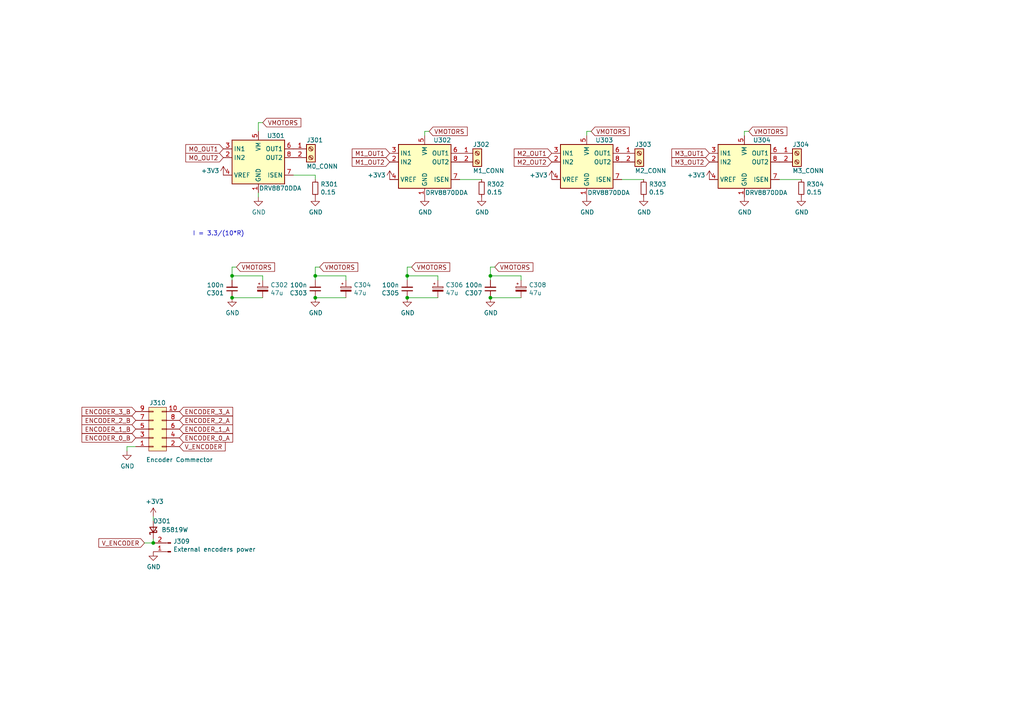
<source format=kicad_sch>
(kicad_sch (version 20230121) (generator eeschema)
  (paper "A4")
  (lib_symbols
    (symbol "Connector:Screw_Terminal_01x02" (pin_names (offset 1.016) hide)
      (property "Reference" "J" (at 0 2.54 0))
      (property "Value" "Screw_Terminal_01x02" (at 0 -5.08 0))
      (symbol "Screw_Terminal_01x02_1_1"
        (rectangle (start -1.27 1.27) (end 1.27 -3.81) (stroke (width 0.254)) (fill (type background)))
        (circle (center 0 -2.54) (radius 0.635) (stroke (width 0.1524)))
        (polyline (pts (xy -0.5334 -2.2098) (xy 0.3302 -3.048)) (stroke (width 0.1524)))
        (polyline (pts (xy -0.5334 0.3302) (xy 0.3302 -0.508)) (stroke (width 0.1524)))
        (polyline (pts (xy -0.3556 -2.032) (xy 0.508 -2.8702)) (stroke (width 0.1524)))
        (polyline (pts (xy -0.3556 0.508) (xy 0.508 -0.3302)) (stroke (width 0.1524)))
        (circle (center 0 0) (radius 0.635) (stroke (width 0.1524)))
        (pin passive line (at -5.08 0 0) (length 3.81) (name "Pin_1") (number "1"))
        (pin passive line (at -5.08 -2.54 0) (length 3.81) (name "Pin_2") (number "2"))
      )
    )
    (symbol "Device:C_Small" (pin_numbers hide) (pin_names (offset 0.254) hide)
      (property "Reference" "C" (at 0.254 1.778 0))
      (property "Value" "C_Small" (at 0.254 -2.032 0))
      (symbol "C_Small_0_1"
        (polyline (pts (xy -1.524 -0.508) (xy 1.524 -0.508)) (stroke (width 0.3302)))
        (polyline (pts (xy -1.524 0.508) (xy 1.524 0.508)) (stroke (width 0.3048)))
      )
      (symbol "C_Small_1_1"
        (pin passive line (at 0 2.54 270) (length 2.032) (name "~") (number "1"))
        (pin passive line (at 0 -2.54 90) (length 2.032) (name "~") (number "2"))
      )
    )
    (symbol "Device:D_Schottky_Small" (pin_numbers hide) (pin_names (offset 0.254) hide)
      (property "Reference" "D" (at -1.27 2.032 0))
      (property "Value" "D_Schottky_Small" (at -7.112 -2.032 0))
      (symbol "D_Schottky_Small_0_1"
        (polyline (pts (xy -0.762 0) (xy 0.762 0)))
        (polyline (pts (xy 0.762 -1.016) (xy -0.762 0) (xy 0.762 1.016) (xy 0.762 -1.016)) (stroke (width 0.254)))
        (polyline (pts (xy -1.27 0.762) (xy -1.27 1.016) (xy -0.762 1.016) (xy -0.762 -1.016) (xy -0.254 -1.016) (xy -0.254 -0.762)) (stroke (width 0.254)))
      )
      (symbol "D_Schottky_Small_1_1"
        (pin passive line (at -2.54 0 0) (length 1.778) (name "K") (number "1"))
        (pin passive line (at 2.54 0 180) (length 1.778) (name "A") (number "2"))
      )
    )
    (symbol "Device:R_Small" (pin_numbers hide) (pin_names (offset 0.254) hide)
      (property "Reference" "R" (at 0.762 0.508 0))
      (property "Value" "R_Small" (at 0.762 -1.016 0))
      (symbol "R_Small_0_1"
        (rectangle (start -0.762 1.778) (end 0.762 -1.778) (stroke (width 0.2032)))
      )
      (symbol "R_Small_1_1"
        (pin passive line (at 0 2.54 270) (length 0.762) (name "~") (number "1"))
        (pin passive line (at 0 -2.54 90) (length 0.762) (name "~") (number "2"))
      )
    )
    (symbol "Driver_Motor:DRV8870DDA"
      (property "Reference" "U" (at -6.35 6.35 0))
      (property "Value" "DRV8870DDA" (at 8.89 6.35 0))
      (symbol "DRV8870DDA_0_1"
        (rectangle (start -7.62 5.08) (end 7.62 -7.62) (stroke (width 0.254)) (fill (type background)))
      )
      (symbol "DRV8870DDA_1_1"
        (pin power_in line (at 0 -10.16 90) (length 2.54) (name "GND") (number "1"))
        (pin input line (at -10.16 0 0) (length 2.54) (name "IN2") (number "2"))
        (pin input line (at -10.16 2.54 0) (length 2.54) (name "IN1") (number "3"))
        (pin input line (at -10.16 -5.08 0) (length 2.54) (name "VREF") (number "4"))
        (pin power_in line (at 0 7.62 270) (length 2.54) (name "VM") (number "5"))
        (pin output line (at 10.16 2.54 180) (length 2.54) (name "OUT1") (number "6"))
        (pin passive line (at 10.16 -5.08 180) (length 2.54) (name "ISEN") (number "7"))
        (pin output line (at 10.16 0 180) (length 2.54) (name "OUT2") (number "8"))
        (pin passive line (at 0 -10.16 90) (length 2.54) hide (name "GND") (number "9"))
      )
    )
    (symbol "power:GND" (power) (pin_names (offset 0))
      (property "Value" "GND" (at 0 -3.81 0))
      (symbol "GND_0_1"
        (polyline (pts (xy 0 0) (xy 0 -1.27) (xy 1.27 -1.27) (xy 0 -2.54) (xy -1.27 -1.27) (xy 0 -1.27)))
      )
      (symbol "GND_1_1"
        (pin power_in line (at 0 0 270) (length 0) hide (name "GND") (number "1"))
      )
    )
    (symbol "smart_motor_controller-rescue:+3.3V-power" (power) (pin_names (offset 0))
      (property "Value" "+3.3V-power" (at 0 3.556 0))
      (symbol "+3.3V-power_0_1"
        (polyline (pts (xy -0.762 1.27) (xy 0 2.54)))
        (polyline (pts (xy 0 0) (xy 0 2.54)))
        (polyline (pts (xy 0 2.54) (xy 0.762 1.27)))
      )
      (symbol "+3.3V-power_1_1"
        (pin power_in line (at 0 0 90) (length 0) hide (name "+3V3") (number "1"))
      )
    )
    (symbol "smart_motor_controller-rescue:CP_Small-Device" (pin_numbers hide) (pin_names (offset 0.254) hide)
      (property "Reference" "C" (at 0.254 1.778 0))
      (property "Value" "Device_CP_Small" (at 0.254 -2.032 0))
      (symbol "CP_Small-Device_0_1"
        (rectangle (start -1.524 -0.3048) (end 1.524 -0.6858) (fill (type outline)))
        (rectangle (start -1.524 0.6858) (end 1.524 0.3048))
        (polyline (pts (xy -1.27 1.524) (xy -0.762 1.524)))
        (polyline (pts (xy -1.016 1.27) (xy -1.016 1.778)))
      )
      (symbol "CP_Small-Device_1_1"
        (pin passive line (at 0 2.54 270) (length 1.8542) (name "~") (number "1"))
        (pin passive line (at 0 -2.54 90) (length 1.8542) (name "~") (number "2"))
      )
    )
    (symbol "smart_motor_controller-rescue:Conn_01x02_Male-Connector" (pin_names (offset 1.016) hide)
      (property "Reference" "J" (at 0 2.54 0))
      (property "Value" "Connector_Conn_01x02_Male" (at 0 -5.08 0))
      (symbol "Conn_01x02_Male-Connector_1_1"
        (polyline (pts (xy 1.27 -2.54) (xy 0.8636 -2.54)) (stroke (width 0.1524)))
        (polyline (pts (xy 1.27 0) (xy 0.8636 0)) (stroke (width 0.1524)))
        (rectangle (start 0.8636 -2.413) (end 0 -2.667) (stroke (width 0.1524)) (fill (type outline)))
        (rectangle (start 0.8636 0.127) (end 0 -0.127) (stroke (width 0.1524)) (fill (type outline)))
        (pin passive line (at 5.08 0 180) (length 3.81) (name "Pin_1") (number "1"))
        (pin passive line (at 5.08 -2.54 180) (length 3.81) (name "Pin_2") (number "2"))
      )
    )
    (symbol "smart_motor_controller-rescue:EncoderPinHeaderConnector_04-VsReality_Symbols" (pin_names (offset 1.016) hide)
      (property "Reference" "J" (at 1.27 5.08 0))
      (property "Value" "VsReality_Symbols_EncoderPinHeaderConnector_04" (at 2.54 8.89 0))
      (symbol "EncoderPinHeaderConnector_04-VsReality_Symbols_0_1"
        (rectangle (start -1.27 3.81) (end 3.81 -8.89) (fill (type background)))
      )
      (symbol "EncoderPinHeaderConnector_04-VsReality_Symbols_1_1"
        (rectangle (start -1.27 -7.493) (end 0 -7.747) (stroke (width 0.1524)))
        (rectangle (start -1.27 -4.953) (end 0 -5.207) (stroke (width 0.1524)))
        (rectangle (start -1.27 -2.413) (end 0 -2.667) (stroke (width 0.1524)))
        (rectangle (start -1.27 0.127) (end 0 -0.127) (stroke (width 0.1524)))
        (rectangle (start -1.27 2.667) (end 0 2.413) (stroke (width 0.1524)))
        (rectangle (start 3.81 -7.493) (end 2.54 -7.747) (stroke (width 0.1524)))
        (rectangle (start 3.81 -4.953) (end 2.54 -5.207) (stroke (width 0.1524)))
        (rectangle (start 3.81 -2.413) (end 2.54 -2.667) (stroke (width 0.1524)))
        (rectangle (start 3.81 0.127) (end 2.54 -0.127) (stroke (width 0.1524)))
        (rectangle (start 3.81 2.667) (end 2.54 2.413) (stroke (width 0.1524)))
        (pin passive line (at -5.08 2.54 0) (length 3.81) (name "GND") (number "1"))
        (pin passive line (at 7.62 -7.62 180) (length 3.81) (name "Pin_10") (number "10"))
        (pin passive line (at 7.62 2.54 180) (length 3.81) (name "Power") (number "2"))
        (pin passive line (at -5.08 0 0) (length 3.81) (name "Pin_3") (number "3"))
        (pin passive line (at 7.62 0 180) (length 3.81) (name "Pin_4") (number "4"))
        (pin passive line (at -5.08 -2.54 0) (length 3.81) (name "Pin_5") (number "5"))
        (pin passive line (at 7.62 -2.54 180) (length 3.81) (name "Pin_6") (number "6"))
        (pin passive line (at -5.08 -5.08 0) (length 3.81) (name "Pin_7") (number "7"))
        (pin passive line (at 7.62 -5.08 180) (length 3.81) (name "Pin_8") (number "8"))
        (pin passive line (at -5.08 -7.62 0) (length 3.81) (name "Pin_9") (number "9"))
      )
    )
  )
  (junction (at 142.24 80.01))
  (junction (at 142.24 86.36))
  (junction (at 91.44 80.01))
  (junction (at 44.45 157.48))
  (junction (at 91.44 86.36))
  (junction (at 118.11 86.36))
  (junction (at 67.31 80.01))
  (junction (at 118.11 80.01))
  (junction (at 67.31 86.36))
  (wire (pts (xy 170.18 38.1) (xy 170.18 39.37)))
  (wire (pts (xy 142.24 77.47) (xy 142.24 80.01)))
  (wire (pts (xy 67.31 81.28) (xy 67.31 80.01)))
  (wire (pts (xy 142.24 81.28) (xy 142.24 80.01)))
  (wire (pts (xy 36.83 130.81) (xy 36.83 129.54)))
  (wire (pts (xy 119.38 77.47) (xy 118.11 77.47)))
  (wire (pts (xy 133.35 52.07) (xy 139.7 52.07)))
  (wire (pts (xy 74.93 35.56) (xy 74.93 38.1)))
  (wire (pts (xy 143.51 77.47) (xy 142.24 77.47)))
  (wire (pts (xy 76.2 35.56) (xy 74.93 35.56)))
  (wire (pts (xy 118.11 80.01) (xy 127 80.01)))
  (wire (pts (xy 44.45 156.21) (xy 44.45 157.48)))
  (wire (pts (xy 67.31 80.01) (xy 76.2 80.01)))
  (wire (pts (xy 142.24 86.36) (xy 151.13 86.36)))
  (wire (pts (xy 44.45 149.86) (xy 44.45 151.13)))
  (wire (pts (xy 215.9 38.1) (xy 215.9 39.37)))
  (wire (pts (xy 127 80.01) (xy 127 81.28)))
  (wire (pts (xy 118.11 81.28) (xy 118.11 80.01)))
  (wire (pts (xy 74.93 55.88) (xy 74.93 57.15)))
  (wire (pts (xy 124.46 38.1) (xy 123.19 38.1)))
  (wire (pts (xy 85.09 50.8) (xy 91.44 50.8)))
  (wire (pts (xy 91.44 50.8) (xy 91.44 52.07)))
  (wire (pts (xy 226.06 52.07) (xy 232.41 52.07)))
  (wire (pts (xy 91.44 77.47) (xy 91.44 80.01)))
  (wire (pts (xy 92.71 77.47) (xy 91.44 77.47)))
  (wire (pts (xy 67.31 86.36) (xy 76.2 86.36)))
  (wire (pts (xy 68.58 77.47) (xy 67.31 77.47)))
  (wire (pts (xy 142.24 80.01) (xy 151.13 80.01)))
  (wire (pts (xy 41.91 157.48) (xy 44.45 157.48)))
  (wire (pts (xy 36.83 129.54) (xy 39.37 129.54)))
  (wire (pts (xy 123.19 38.1) (xy 123.19 39.37)))
  (wire (pts (xy 171.45 38.1) (xy 170.18 38.1)))
  (wire (pts (xy 118.11 77.47) (xy 118.11 80.01)))
  (wire (pts (xy 91.44 81.28) (xy 91.44 80.01)))
  (wire (pts (xy 91.44 80.01) (xy 100.33 80.01)))
  (wire (pts (xy 67.31 77.47) (xy 67.31 80.01)))
  (wire (pts (xy 76.2 80.01) (xy 76.2 81.28)))
  (wire (pts (xy 217.17 38.1) (xy 215.9 38.1)))
  (wire (pts (xy 91.44 86.36) (xy 100.33 86.36)))
  (wire (pts (xy 180.34 52.07) (xy 186.69 52.07)))
  (wire (pts (xy 151.13 80.01) (xy 151.13 81.28)))
  (wire (pts (xy 100.33 80.01) (xy 100.33 81.28)))
  (wire (pts (xy 118.11 86.36) (xy 127 86.36)))
  (text "I = 3.3/(10*R)" (at 55.88 68.58 0) (effects (font (size 1.27 1.27)) (justify left bottom)))
  (global_label "M3_OUT2" (shape input) (at 205.74 46.99 180) (property "Intersheetrefs" "${INTERSHEET_REFS}" (effects hide)))
  (global_label "ENCODER_2_B" (shape input) (at 39.37 121.92 180) (property "Intersheetrefs" "${INTERSHEET_REFS}" (effects hide)))
  (global_label "ENCODER_1_B" (shape input) (at 39.37 124.46 180) (property "Intersheetrefs" "${INTERSHEET_REFS}" (effects hide)))
  (global_label "ENCODER_2_A" (shape input) (at 52.07 121.92 0) (property "Intersheetrefs" "${INTERSHEET_REFS}" (effects hide)))
  (global_label "ENCODER_0_B" (shape input) (at 39.37 127 180) (property "Intersheetrefs" "${INTERSHEET_REFS}" (effects hide)))
  (global_label "M0_OUT1" (shape input) (at 64.77 43.18 180) (property "Intersheetrefs" "${INTERSHEET_REFS}" (effects hide)))
  (global_label "VMOTORS" (shape input) (at 143.51 77.47 0) (property "Intersheetrefs" "${INTERSHEET_REFS}" (effects hide)))
  (global_label "V_ENCODER" (shape input) (at 52.07 129.54 0) (property "Intersheetrefs" "${INTERSHEET_REFS}" (effects hide)))
  (global_label "ENCODER_1_A" (shape input) (at 52.07 124.46 0) (property "Intersheetrefs" "${INTERSHEET_REFS}" (effects hide)))
  (global_label "VMOTORS" (shape input) (at 92.71 77.47 0) (property "Intersheetrefs" "${INTERSHEET_REFS}" (effects hide)))
  (global_label "VMOTORS" (shape input) (at 217.17 38.1 0) (property "Intersheetrefs" "${INTERSHEET_REFS}" (effects hide)))
  (global_label "ENCODER_3_B" (shape input) (at 39.37 119.38 180) (property "Intersheetrefs" "${INTERSHEET_REFS}" (effects hide)))
  (global_label "M0_OUT2" (shape input) (at 64.77 45.72 180) (property "Intersheetrefs" "${INTERSHEET_REFS}" (effects hide)))
  (global_label "V_ENCODER" (shape input) (at 41.91 157.48 180) (property "Intersheetrefs" "${INTERSHEET_REFS}" (effects hide)))
  (global_label "ENCODER_0_A" (shape input) (at 52.07 127 0) (property "Intersheetrefs" "${INTERSHEET_REFS}" (effects hide)))
  (global_label "VMOTORS" (shape input) (at 124.46 38.1 0) (property "Intersheetrefs" "${INTERSHEET_REFS}" (effects hide)))
  (global_label "VMOTORS" (shape input) (at 171.45 38.1 0) (property "Intersheetrefs" "${INTERSHEET_REFS}" (effects hide)))
  (global_label "ENCODER_3_A" (shape input) (at 52.07 119.38 0) (property "Intersheetrefs" "${INTERSHEET_REFS}" (effects hide)))
  (global_label "M2_OUT2" (shape input) (at 160.02 46.99 180) (property "Intersheetrefs" "${INTERSHEET_REFS}" (effects hide)))
  (global_label "VMOTORS" (shape input) (at 76.2 35.56 0) (property "Intersheetrefs" "${INTERSHEET_REFS}" (effects hide)))
  (global_label "M2_OUT1" (shape input) (at 160.02 44.45 180) (property "Intersheetrefs" "${INTERSHEET_REFS}" (effects hide)))
  (global_label "M1_OUT1" (shape input) (at 113.03 44.45 180) (property "Intersheetrefs" "${INTERSHEET_REFS}" (effects hide)))
  (global_label "M1_OUT2" (shape input) (at 113.03 46.99 180) (property "Intersheetrefs" "${INTERSHEET_REFS}" (effects hide)))
  (global_label "VMOTORS" (shape input) (at 68.58 77.47 0) (property "Intersheetrefs" "${INTERSHEET_REFS}" (effects hide)))
  (global_label "VMOTORS" (shape input) (at 119.38 77.47 0) (property "Intersheetrefs" "${INTERSHEET_REFS}" (effects hide)))
  (global_label "M3_OUT1" (shape input) (at 205.74 44.45 180) (property "Intersheetrefs" "${INTERSHEET_REFS}" (effects hide)))
  (symbol (lib_id "power:GND") (at 232.41 57.15 0) (unit 1)
    (property "Reference" "#PWR0312" (effects hide))
    (property "Value" "GND" (at 232.537 61.5442 0))
    (instances (project "smart_motor_controller" (path "" (reference "#PWR0312") (unit 1)) (path "" (reference "#PWR?") (unit 1))))
  )
  (symbol (lib_id "Device:R_Small") (at 232.41 54.61 0) (unit 1)
    (property "Reference" "R304" (at 233.9086 53.4416 0) (effects (justify left)))
    (property "Value" "0.15" (at 233.9086 55.753 0) (effects (justify left)))
    (property "Footprint" "Resistor_SMD:R_0603_1608Metric" (effects hide))
    (property "LCSC Part #" "C45879" (effects hide))
    (instances (project "smart_motor_controller" (path "" (reference "R304") (unit 1)) (path "" (reference "R?") (unit 1))))
  )
  (symbol (lib_id "Connector:Screw_Terminal_01x02") (at 231.14 44.45 0) (unit 1)
    (property "Reference" "J304" (at 229.87 41.91 0) (effects (justify left)))
    (property "Value" "M3_CONN" (at 229.87 49.53 0) (effects (justify left)))
    (property "Footprint" "VsReality_Footprints:Ningbo_Kangnex_Elec_WJ128V_5_0_2P" (effects hide))
    (instances (project "smart_motor_controller" (path "" (reference "J304") (unit 1)) (path "" (reference "J?") (unit 1))))
  )
  (symbol (lib_id "power:GND") (at 215.9 57.15 0) (unit 1)
    (property "Reference" "#PWR0311" (effects hide))
    (property "Value" "GND" (at 216.027 61.5442 0))
    (instances (project "smart_motor_controller" (path "" (reference "#PWR0311") (unit 1)) (path "" (reference "#PWR?") (unit 1))))
  )
  (symbol (lib_id "power:GND") (at 186.69 57.15 0) (unit 1)
    (property "Reference" "#PWR0310" (effects hide))
    (property "Value" "GND" (at 186.817 61.5442 0))
    (instances (project "smart_motor_controller" (path "" (reference "#PWR0310") (unit 1)) (path "" (reference "#PWR?") (unit 1))))
  )
  (symbol (lib_id "Device:R_Small") (at 186.69 54.61 0) (unit 1)
    (property "Reference" "R303" (at 188.1886 53.4416 0) (effects (justify left)))
    (property "Value" "0.15" (at 188.1886 55.753 0) (effects (justify left)))
    (property "Footprint" "Resistor_SMD:R_0603_1608Metric" (effects hide))
    (property "LCSC Part #" "C45879" (effects hide))
    (instances (project "smart_motor_controller" (path "" (reference "R303") (unit 1)) (path "" (reference "R?") (unit 1))))
  )
  (symbol (lib_id "Connector:Screw_Terminal_01x02") (at 185.42 44.45 0) (unit 1)
    (property "Reference" "J303" (at 184.15 41.91 0) (effects (justify left)))
    (property "Value" "M2_CONN" (at 184.15 49.53 0) (effects (justify left)))
    (property "Footprint" "VsReality_Footprints:Ningbo_Kangnex_Elec_WJ128V_5_0_2P" (effects hide))
    (instances (project "smart_motor_controller" (path "" (reference "J303") (unit 1)) (path "" (reference "J?") (unit 1))))
  )
  (symbol (lib_id "power:GND") (at 170.18 57.15 0) (unit 1)
    (property "Reference" "#PWR0309" (effects hide))
    (property "Value" "GND" (at 170.307 61.5442 0))
    (instances (project "smart_motor_controller" (path "" (reference "#PWR0309") (unit 1)) (path "" (reference "#PWR?") (unit 1))))
  )
  (symbol (lib_id "power:GND") (at 139.7 57.15 0) (unit 1)
    (property "Reference" "#PWR0306" (effects hide))
    (property "Value" "GND" (at 139.827 61.5442 0))
    (instances (project "smart_motor_controller" (path "" (reference "#PWR0306") (unit 1)) (path "" (reference "#PWR?") (unit 1))))
  )
  (symbol (lib_id "Device:R_Small") (at 139.7 54.61 0) (unit 1)
    (property "Reference" "R302" (at 141.1986 53.4416 0) (effects (justify left)))
    (property "Value" "0.15" (at 141.1986 55.753 0) (effects (justify left)))
    (property "Footprint" "Resistor_SMD:R_0603_1608Metric" (effects hide))
    (property "LCSC Part #" "C45879" (effects hide))
    (instances (project "smart_motor_controller" (path "" (reference "R302") (unit 1)) (path "" (reference "R?") (unit 1))))
  )
  (symbol (lib_id "Connector:Screw_Terminal_01x02") (at 138.43 44.45 0) (unit 1)
    (property "Reference" "J302" (at 137.16 41.91 0) (effects (justify left)))
    (property "Value" "M1_CONN" (at 137.16 49.53 0) (effects (justify left)))
    (property "Footprint" "VsReality_Footprints:Ningbo_Kangnex_Elec_WJ128V_5_0_2P" (effects hide))
    (instances (project "smart_motor_controller" (path "" (reference "J302") (unit 1)) (path "" (reference "J?") (unit 1))))
  )
  (symbol (lib_id "power:GND") (at 123.19 57.15 0) (unit 1)
    (property "Reference" "#PWR0305" (effects hide))
    (property "Value" "GND" (at 123.317 61.5442 0))
    (instances (project "smart_motor_controller" (path "" (reference "#PWR0305") (unit 1)) (path "" (reference "#PWR?") (unit 1))))
  )
  (symbol (lib_id "smart_motor_controller-rescue:CP_Small-Device") (at 151.13 83.82 0) (unit 1)
    (property "Reference" "C308" (at 153.3652 82.6516 0) (effects (justify left)))
    (property "Value" "47u" (at 153.3652 84.963 0) (effects (justify left)))
    (property "Footprint" "Capacitor_THT:CP_Radial_D5.0mm_P2.00mm" (effects hide))
    (instances (project "smart_motor_controller" (path "" (reference "C308") (unit 1)) (path "" (reference "C?") (unit 1))))
  )
  (symbol (lib_id "Device:C_Small") (at 142.24 83.82 180) (unit 1)
    (property "Reference" "C307" (at 139.9032 84.9884 0) (effects (justify left)))
    (property "Value" "100n" (at 139.9032 82.677 0) (effects (justify left)))
    (property "Footprint" "Capacitor_SMD:C_0603_1608Metric" (effects hide))
    (property "LCSC Part #" "C14663" (effects hide))
    (instances (project "smart_motor_controller" (path "" (reference "C307") (unit 1)) (path "" (reference "C?") (unit 1))))
  )
  (symbol (lib_id "power:GND") (at 142.24 86.36 0) (unit 1)
    (property "Reference" "#PWR0308" (effects hide))
    (property "Value" "GND" (at 142.367 90.7542 0))
    (instances (project "smart_motor_controller" (path "" (reference "#PWR0308") (unit 1)) (path "" (reference "#PWR?") (unit 1))))
  )
  (symbol (lib_id "smart_motor_controller-rescue:CP_Small-Device") (at 127 83.82 0) (unit 1)
    (property "Reference" "C306" (at 129.2352 82.6516 0) (effects (justify left)))
    (property "Value" "47u" (at 129.2352 84.963 0) (effects (justify left)))
    (property "Footprint" "Capacitor_THT:CP_Radial_D5.0mm_P2.00mm" (effects hide))
    (instances (project "smart_motor_controller" (path "" (reference "C306") (unit 1)) (path "" (reference "C?") (unit 1))))
  )
  (symbol (lib_id "Device:C_Small") (at 118.11 83.82 180) (unit 1)
    (property "Reference" "C305" (at 115.7732 84.9884 0) (effects (justify left)))
    (property "Value" "100n" (at 115.7732 82.677 0) (effects (justify left)))
    (property "Footprint" "Capacitor_SMD:C_0603_1608Metric" (effects hide))
    (property "LCSC Part #" "C14663" (effects hide))
    (instances (project "smart_motor_controller" (path "" (reference "C305") (unit 1)) (path "" (reference "C?") (unit 1))))
  )
  (symbol (lib_id "power:GND") (at 118.11 86.36 0) (unit 1)
    (property "Reference" "#PWR0307" (effects hide))
    (property "Value" "GND" (at 118.237 90.7542 0))
    (instances (project "smart_motor_controller" (path "" (reference "#PWR0307") (unit 1)) (path "" (reference "#PWR?") (unit 1))))
  )
  (symbol (lib_id "smart_motor_controller-rescue:CP_Small-Device") (at 100.33 83.82 0) (unit 1)
    (property "Reference" "C304" (at 102.5652 82.6516 0) (effects (justify left)))
    (property "Value" "47u" (at 102.5652 84.963 0) (effects (justify left)))
    (property "Footprint" "Capacitor_THT:CP_Radial_D5.0mm_P2.00mm" (effects hide))
    (instances (project "smart_motor_controller" (path "" (reference "C304") (unit 1)) (path "" (reference "C?") (unit 1))))
  )
  (symbol (lib_id "Device:C_Small") (at 91.44 83.82 180) (unit 1)
    (property "Reference" "C303" (at 89.1032 84.9884 0) (effects (justify left)))
    (property "Value" "100n" (at 89.1032 82.677 0) (effects (justify left)))
    (property "Footprint" "Capacitor_SMD:C_0603_1608Metric" (effects hide))
    (property "LCSC Part #" "C14663" (effects hide))
    (instances (project "smart_motor_controller" (path "" (reference "C303") (unit 1)) (path "" (reference "C?") (unit 1))))
  )
  (symbol (lib_id "power:GND") (at 91.44 86.36 0) (unit 1)
    (property "Reference" "#PWR0302" (effects hide))
    (property "Value" "GND" (at 91.567 90.7542 0))
    (instances (project "smart_motor_controller" (path "" (reference "#PWR0302") (unit 1)) (path "" (reference "#PWR?") (unit 1))))
  )
  (symbol (lib_id "smart_motor_controller-rescue:CP_Small-Device") (at 76.2 83.82 0) (unit 1)
    (property "Reference" "C302" (at 78.4352 82.6516 0) (effects (justify left)))
    (property "Value" "47u" (at 78.4352 84.963 0) (effects (justify left)))
    (property "Footprint" "Capacitor_THT:CP_Radial_D5.0mm_P2.00mm" (effects hide))
    (instances (project "smart_motor_controller" (path "" (reference "C302") (unit 1)) (path "" (reference "C?") (unit 1))))
  )
  (symbol (lib_id "Device:C_Small") (at 67.31 83.82 180) (unit 1)
    (property "Reference" "C301" (at 64.9732 84.9884 0) (effects (justify left)))
    (property "Value" "100n" (at 64.9732 82.677 0) (effects (justify left)))
    (property "Footprint" "Capacitor_SMD:C_0603_1608Metric" (effects hide))
    (property "LCSC Part #" "C14663" (effects hide))
    (instances (project "smart_motor_controller" (path "" (reference "C301") (unit 1)) (path "" (reference "C?") (unit 1))))
  )
  (symbol (lib_id "power:GND") (at 67.31 86.36 0) (unit 1)
    (property "Reference" "#PWR0301" (effects hide))
    (property "Value" "GND" (at 67.437 90.7542 0))
    (instances (project "smart_motor_controller" (path "" (reference "#PWR0301") (unit 1)) (path "" (reference "#PWR?") (unit 1))))
  )
  (symbol (lib_id "power:GND") (at 91.44 57.15 0) (unit 1)
    (property "Reference" "#PWR0304" (effects hide))
    (property "Value" "GND" (at 91.567 61.5442 0))
    (instances (project "smart_motor_controller" (path "" (reference "#PWR0304") (unit 1)) (path "" (reference "#PWR?") (unit 1))))
  )
  (symbol (lib_id "Device:R_Small") (at 91.44 54.61 0) (unit 1)
    (property "Reference" "R301" (at 92.9386 53.4416 0) (effects (justify left)))
    (property "Value" "0.15" (at 92.9386 55.753 0) (effects (justify left)))
    (property "Footprint" "Resistor_SMD:R_0603_1608Metric" (effects hide))
    (property "LCSC Part #" "C45879" (effects hide))
    (instances (project "smart_motor_controller" (path "" (reference "R301") (unit 1)) (path "" (reference "R?") (unit 1))))
  )
  (symbol (lib_id "Connector:Screw_Terminal_01x02") (at 90.17 43.18 0) (unit 1)
    (property "Reference" "J301" (at 88.9 40.64 0) (effects (justify left)))
    (property "Value" "M0_CONN" (at 88.9 48.26 0) (effects (justify left)))
    (property "Footprint" "VsReality_Footprints:Ningbo_Kangnex_Elec_WJ128V_5_0_2P" (effects hide))
    (instances (project "smart_motor_controller" (path "" (reference "J301") (unit 1)) (path "" (reference "J?") (unit 1))))
  )
  (symbol (lib_id "power:GND") (at 74.93 57.15 0) (unit 1)
    (property "Reference" "#PWR0303" (effects hide))
    (property "Value" "GND" (at 75.057 61.5442 0))
    (instances (project "smart_motor_controller" (path "" (reference "#PWR0303") (unit 1)) (path "" (reference "#PWR?") (unit 1))))
  )
  (symbol (lib_id "smart_motor_controller-rescue:Conn_01x02_Male-Connector") (at 49.53 160.02 180) (unit 1)
    (property "Reference" "J309" (at 50.2412 157.0228 0) (effects (justify right)))
    (property "Value" "External encoders power" (at 50.2412 159.3342 0) (effects (justify right)))
    (property "Footprint" "Connector_PinHeader_2.54mm:PinHeader_1x02_P2.54mm_Vertical" (effects hide))
  )
  (symbol (lib_id "smart_motor_controller-rescue:EncoderPinHeaderConnector_04-VsReality_Symbols") (at 44.45 127 0) (mirror x) (unit 1)
    (property "Reference" "J310" (at 45.72 116.84 0))
    (property "Value" "Encoder Commector" (at 52.07 133.35 0))
    (property "Footprint" "VsReality_Footprints:Encoder_PinHeader_4x04_P2.54mm_Vertical" (effects hide))
  )
  (symbol (lib_id "power:GND") (at 36.83 130.81 0) (unit 1)
    (property "Reference" "#PWR0120" (effects hide))
    (property "Value" "GND" (at 36.957 135.2042 0))
  )
  (symbol (lib_id "power:GND") (at 44.45 160.02 0) (unit 1)
    (property "Reference" "#PWR0118" (effects hide))
    (property "Value" "GND" (at 44.577 164.4142 0))
  )
  (symbol (lib_id "smart_motor_controller-rescue:+3.3V-power") (at 44.45 149.86 0) (unit 1)
    (property "Reference" "#PWR0119" (effects hide))
    (property "Value" "+3.3V" (at 44.831 145.4658 0))
  )
  (symbol (lib_id "Device:D_Schottky_Small") (at 44.45 153.67 90) (unit 1)
    (property "Reference" "D301" (at 49.53 151.13 90) (effects (justify left)))
    (property "Value" "B5819W" (at 54.61 153.67 90) (effects (justify left)))
    (property "Footprint" "Diode_SMD:D_SOD-123" (effects hide))
    (property "LCSC Part #" "C8598" (effects hide))
    (instances (project "smart_motor_controller" (path "" (reference "D301") (unit 1)) (path "" (reference "D?") (unit 1))))
  )
  (symbol (lib_id "Driver_Motor:DRV8870DDA") (at 74.93 45.72 0) (unit 1)
    (property "Reference" "U301" (at 80.01 39.37 0))
    (property "Value" "DRV8870DDA" (at 81.28 54.61 0))
    (property "Footprint" "Package_SO:Texas_HTSOP-8-1EP_3.9x4.9mm_P1.27mm_EP2.95x4.9mm_Mask2.4x3.1mm_ThermalVias" (effects hide))
    (property "Datasheet" "http://www.ti.com/lit/ds/symlink/drv8870.pdf" (effects hide))
    (property "LCSC Part #" "C86590" (effects hide))
  )
  (symbol (lib_id "smart_motor_controller-rescue:+3.3V-power") (at 113.03 52.07 0) (unit 1)
    (property "Reference" "#PWR0314" (effects hide))
    (property "Value" "+3.3V" (at 109.22 50.8 0))
  )
  (symbol (lib_id "Driver_Motor:DRV8870DDA") (at 123.19 46.99 0) (unit 1)
    (property "Reference" "U302" (at 128.27 40.64 0))
    (property "Value" "DRV8870DDA" (at 129.54 55.88 0))
    (property "Footprint" "Package_SO:Texas_HTSOP-8-1EP_3.9x4.9mm_P1.27mm_EP2.95x4.9mm_Mask2.4x3.1mm_ThermalVias" (effects hide))
    (property "Datasheet" "http://www.ti.com/lit/ds/symlink/drv8870.pdf" (effects hide))
    (property "LCSC Part #" "C86590" (effects hide))
  )
  (symbol (lib_id "Driver_Motor:DRV8870DDA") (at 170.18 46.99 0) (unit 1)
    (property "Reference" "U303" (at 175.26 40.64 0))
    (property "Value" "DRV8870DDA" (at 176.53 55.88 0))
    (property "Footprint" "Package_SO:Texas_HTSOP-8-1EP_3.9x4.9mm_P1.27mm_EP2.95x4.9mm_Mask2.4x3.1mm_ThermalVias" (effects hide))
    (property "Datasheet" "http://www.ti.com/lit/ds/symlink/drv8870.pdf" (effects hide))
    (property "LCSC Part #" "C86590" (effects hide))
  )
  (symbol (lib_id "Driver_Motor:DRV8870DDA") (at 215.9 46.99 0) (unit 1)
    (property "Reference" "U304" (at 220.98 40.64 0))
    (property "Value" "DRV8870DDA" (at 222.25 55.88 0))
    (property "Footprint" "Package_SO:Texas_HTSOP-8-1EP_3.9x4.9mm_P1.27mm_EP2.95x4.9mm_Mask2.4x3.1mm_ThermalVias" (effects hide))
    (property "Datasheet" "http://www.ti.com/lit/ds/symlink/drv8870.pdf" (effects hide))
    (property "LCSC Part #" "C86590" (effects hide))
  )
  (symbol (lib_id "smart_motor_controller-rescue:+3.3V-power") (at 64.77 50.8 0) (unit 1)
    (property "Reference" "#PWR0313" (effects hide))
    (property "Value" "+3.3V" (at 60.96 49.53 0))
  )
  (symbol (lib_id "smart_motor_controller-rescue:+3.3V-power") (at 160.02 52.07 0) (unit 1)
    (property "Reference" "#PWR0315" (effects hide))
    (property "Value" "+3.3V" (at 156.21 50.8 0))
  )
  (symbol (lib_id "smart_motor_controller-rescue:+3.3V-power") (at 205.74 52.07 0) (unit 1)
    (property "Reference" "#PWR0316" (effects hide))
    (property "Value" "+3.3V" (at 201.93 50.8 0))
  )
)
</source>
